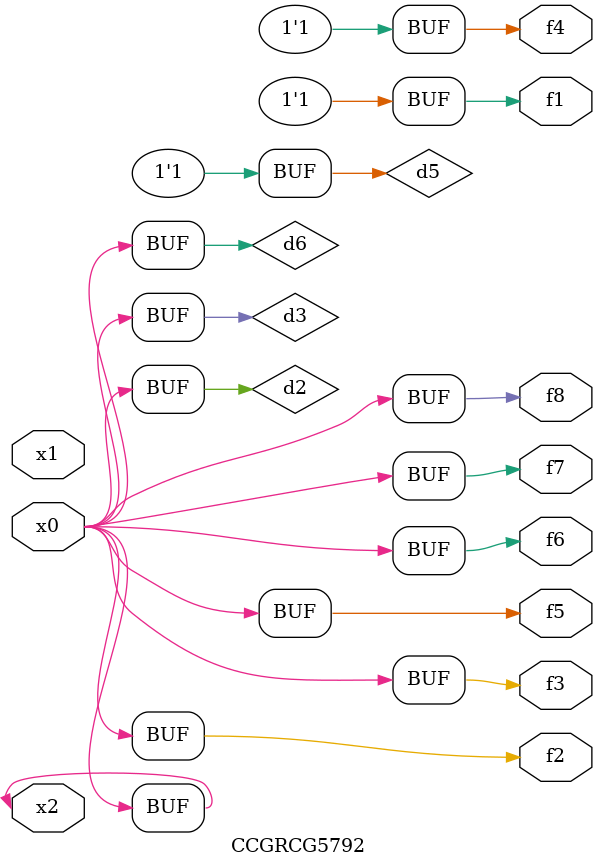
<source format=v>
module CCGRCG5792(
	input x0, x1, x2,
	output f1, f2, f3, f4, f5, f6, f7, f8
);

	wire d1, d2, d3, d4, d5, d6;

	xnor (d1, x2);
	buf (d2, x0, x2);
	and (d3, x0);
	xnor (d4, x1, x2);
	nand (d5, d1, d3);
	buf (d6, d2, d3);
	assign f1 = d5;
	assign f2 = d6;
	assign f3 = d6;
	assign f4 = d5;
	assign f5 = d6;
	assign f6 = d6;
	assign f7 = d6;
	assign f8 = d6;
endmodule

</source>
